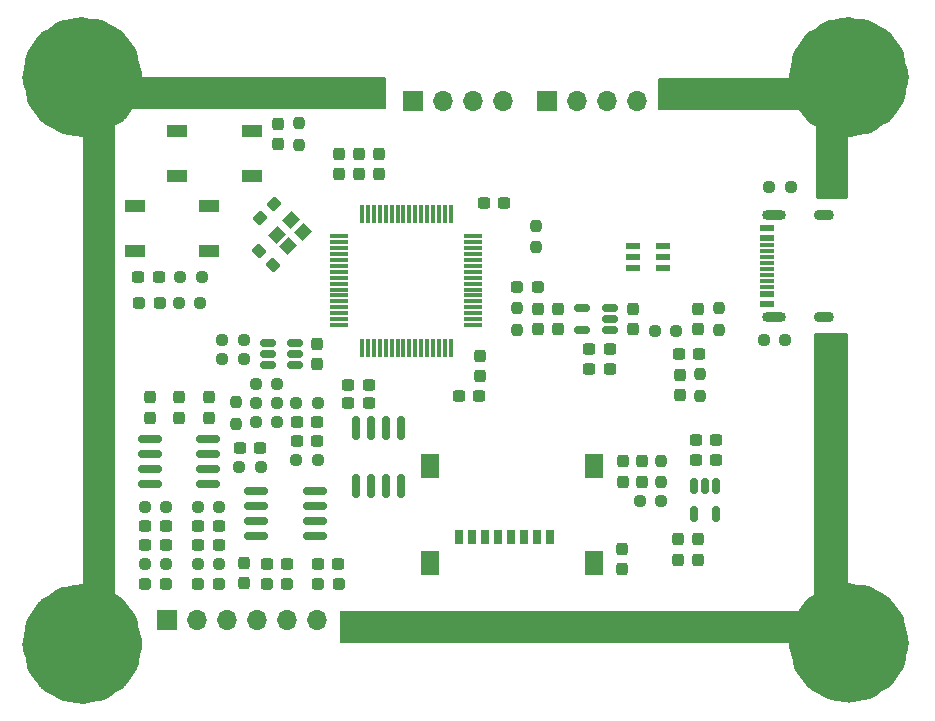
<source format=gbr>
%TF.GenerationSoftware,KiCad,Pcbnew,(7.0.0)*%
%TF.CreationDate,2023-05-22T23:29:19+02:00*%
%TF.ProjectId,Apollo - DSP,41706f6c-6c6f-4202-9d20-4453502e6b69,rev?*%
%TF.SameCoordinates,Original*%
%TF.FileFunction,Soldermask,Top*%
%TF.FilePolarity,Negative*%
%FSLAX46Y46*%
G04 Gerber Fmt 4.6, Leading zero omitted, Abs format (unit mm)*
G04 Created by KiCad (PCBNEW (7.0.0)) date 2023-05-22 23:29:19*
%MOMM*%
%LPD*%
G01*
G04 APERTURE LIST*
G04 Aperture macros list*
%AMRoundRect*
0 Rectangle with rounded corners*
0 $1 Rounding radius*
0 $2 $3 $4 $5 $6 $7 $8 $9 X,Y pos of 4 corners*
0 Add a 4 corners polygon primitive as box body*
4,1,4,$2,$3,$4,$5,$6,$7,$8,$9,$2,$3,0*
0 Add four circle primitives for the rounded corners*
1,1,$1+$1,$2,$3*
1,1,$1+$1,$4,$5*
1,1,$1+$1,$6,$7*
1,1,$1+$1,$8,$9*
0 Add four rect primitives between the rounded corners*
20,1,$1+$1,$2,$3,$4,$5,0*
20,1,$1+$1,$4,$5,$6,$7,0*
20,1,$1+$1,$6,$7,$8,$9,0*
20,1,$1+$1,$8,$9,$2,$3,0*%
%AMRotRect*
0 Rectangle, with rotation*
0 The origin of the aperture is its center*
0 $1 length*
0 $2 width*
0 $3 Rotation angle, in degrees counterclockwise*
0 Add horizontal line*
21,1,$1,$2,0,0,$3*%
G04 Aperture macros list end*
%ADD10C,5.075000*%
%ADD11RoundRect,0.237500X0.250000X0.237500X-0.250000X0.237500X-0.250000X-0.237500X0.250000X-0.237500X0*%
%ADD12RoundRect,0.237500X-0.250000X-0.237500X0.250000X-0.237500X0.250000X0.237500X-0.250000X0.237500X0*%
%ADD13RoundRect,0.150000X0.150000X-0.825000X0.150000X0.825000X-0.150000X0.825000X-0.150000X-0.825000X0*%
%ADD14RoundRect,0.237500X0.237500X-0.300000X0.237500X0.300000X-0.237500X0.300000X-0.237500X-0.300000X0*%
%ADD15RoundRect,0.237500X-0.287500X-0.237500X0.287500X-0.237500X0.287500X0.237500X-0.287500X0.237500X0*%
%ADD16RoundRect,0.237500X0.300000X0.237500X-0.300000X0.237500X-0.300000X-0.237500X0.300000X-0.237500X0*%
%ADD17RoundRect,0.237500X0.380070X-0.044194X-0.044194X0.380070X-0.380070X0.044194X0.044194X-0.380070X0*%
%ADD18RoundRect,0.237500X-0.237500X0.250000X-0.237500X-0.250000X0.237500X-0.250000X0.237500X0.250000X0*%
%ADD19R,0.800000X1.200000*%
%ADD20R,1.500000X2.000000*%
%ADD21RoundRect,0.237500X0.237500X-0.250000X0.237500X0.250000X-0.237500X0.250000X-0.237500X-0.250000X0*%
%ADD22RoundRect,0.237500X-0.300000X-0.237500X0.300000X-0.237500X0.300000X0.237500X-0.300000X0.237500X0*%
%ADD23RoundRect,0.150000X0.512500X0.150000X-0.512500X0.150000X-0.512500X-0.150000X0.512500X-0.150000X0*%
%ADD24RoundRect,0.075000X-0.700000X-0.075000X0.700000X-0.075000X0.700000X0.075000X-0.700000X0.075000X0*%
%ADD25RoundRect,0.075000X-0.075000X-0.700000X0.075000X-0.700000X0.075000X0.700000X-0.075000X0.700000X0*%
%ADD26R,1.700000X1.000000*%
%ADD27RoundRect,0.237500X-0.237500X0.300000X-0.237500X-0.300000X0.237500X-0.300000X0.237500X0.300000X0*%
%ADD28RoundRect,0.237500X0.044194X0.380070X-0.380070X-0.044194X-0.044194X-0.380070X0.380070X0.044194X0*%
%ADD29R,1.160000X0.600000*%
%ADD30R,1.160000X0.300000*%
%ADD31O,2.000000X0.900000*%
%ADD32O,1.700000X0.900000*%
%ADD33RoundRect,0.237500X0.287500X0.237500X-0.287500X0.237500X-0.287500X-0.237500X0.287500X-0.237500X0*%
%ADD34R,1.700000X1.700000*%
%ADD35O,1.700000X1.700000*%
%ADD36RoundRect,0.150000X-0.150000X0.512500X-0.150000X-0.512500X0.150000X-0.512500X0.150000X0.512500X0*%
%ADD37RoundRect,0.150000X-0.825000X-0.150000X0.825000X-0.150000X0.825000X0.150000X-0.825000X0.150000X0*%
%ADD38RoundRect,0.041300X0.563700X0.253700X-0.563700X0.253700X-0.563700X-0.253700X0.563700X-0.253700X0*%
%ADD39RotRect,1.150000X1.000000X225.000000*%
%ADD40RoundRect,0.150000X0.825000X0.150000X-0.825000X0.150000X-0.825000X-0.150000X0.825000X-0.150000X0*%
G04 APERTURE END LIST*
D10*
X102337500Y-109700000D02*
G75*
G03*
X102337500Y-109700000I-2537500J0D01*
G01*
X167237500Y-109600000D02*
G75*
G03*
X167237500Y-109600000I-2537500J0D01*
G01*
X167237500Y-61700000D02*
G75*
G03*
X167237500Y-61700000I-2537500J0D01*
G01*
X102337500Y-61700000D02*
G75*
G03*
X102337500Y-61700000I-2537500J0D01*
G01*
D11*
%TO.C,R11*%
X106912500Y-98100000D03*
X105087500Y-98100000D03*
%TD*%
D12*
%TO.C,R21*%
X114487500Y-87725000D03*
X116312500Y-87725000D03*
%TD*%
D13*
%TO.C,U5*%
X122995000Y-96375000D03*
X124265000Y-96375000D03*
X125535000Y-96375000D03*
X126805000Y-96375000D03*
X126805000Y-91425000D03*
X125535000Y-91425000D03*
X124265000Y-91425000D03*
X122995000Y-91425000D03*
%TD*%
D14*
%TO.C,C2*%
X146450000Y-83050000D03*
X146450000Y-81325000D03*
%TD*%
D12*
%TO.C,R15*%
X109587500Y-98100000D03*
X111412500Y-98100000D03*
%TD*%
D15*
%TO.C,D5*%
X109625000Y-104600000D03*
X111375000Y-104600000D03*
%TD*%
D14*
%TO.C,C8*%
X150381250Y-88662500D03*
X150381250Y-86937500D03*
%TD*%
%TO.C,C1*%
X151950000Y-83062500D03*
X151950000Y-81337500D03*
%TD*%
D16*
%TO.C,C34*%
X121462500Y-102900000D03*
X119737500Y-102900000D03*
%TD*%
D17*
%TO.C,C25*%
X115972796Y-77636913D03*
X114753036Y-76417153D03*
%TD*%
D16*
%TO.C,C33*%
X106862500Y-101300000D03*
X105137500Y-101300000D03*
%TD*%
D18*
%TO.C,F1*%
X153700000Y-81287500D03*
X153700000Y-83112500D03*
%TD*%
D12*
%TO.C,R16*%
X114487500Y-90900000D03*
X116312500Y-90900000D03*
%TD*%
D14*
%TO.C,C14*%
X145600000Y-95962500D03*
X145600000Y-94237500D03*
%TD*%
D19*
%TO.C,J4*%
X139374999Y-100624999D03*
X138274999Y-100624999D03*
X137174999Y-100624999D03*
X136074999Y-100624999D03*
X134974999Y-100624999D03*
X133874999Y-100624999D03*
X132774999Y-100624999D03*
X131674999Y-100624999D03*
D20*
X129204999Y-102824999D03*
X129204999Y-94624999D03*
X143094999Y-94624999D03*
X143094999Y-102824999D03*
%TD*%
D11*
%TO.C,FB1*%
X150112500Y-83200000D03*
X148287500Y-83200000D03*
%TD*%
D21*
%TO.C,R20*%
X112850000Y-91062500D03*
X112850000Y-89237500D03*
%TD*%
D18*
%TO.C,R1*%
X136650000Y-81287500D03*
X136650000Y-83112500D03*
%TD*%
D16*
%TO.C,C3*%
X144450000Y-84700000D03*
X142725000Y-84700000D03*
%TD*%
D22*
%TO.C,C38*%
X109637500Y-101300000D03*
X111362500Y-101300000D03*
%TD*%
D23*
%TO.C,U1*%
X144475000Y-83150000D03*
X144475000Y-82200000D03*
X144475000Y-81250000D03*
X142075000Y-81250000D03*
X142075000Y-83150000D03*
%TD*%
D12*
%TO.C,R12*%
X117925000Y-94112500D03*
X119750000Y-94112500D03*
%TD*%
D22*
%TO.C,C30*%
X105137500Y-99700000D03*
X106862500Y-99700000D03*
%TD*%
D11*
%TO.C,R17*%
X111400000Y-102900000D03*
X109575000Y-102900000D03*
%TD*%
D24*
%TO.C,U4*%
X121575000Y-75200000D03*
X121575000Y-75700000D03*
X121575000Y-76200000D03*
X121575000Y-76700000D03*
X121575000Y-77200000D03*
X121575000Y-77700000D03*
X121575000Y-78200000D03*
X121575000Y-78700000D03*
X121575000Y-79200000D03*
X121575000Y-79700000D03*
X121575000Y-80200000D03*
X121575000Y-80700000D03*
X121575000Y-81200000D03*
X121575000Y-81700000D03*
X121575000Y-82200000D03*
X121575000Y-82700000D03*
D25*
X123500000Y-84625000D03*
X124000000Y-84625000D03*
X124500000Y-84625000D03*
X125000000Y-84625000D03*
X125500000Y-84625000D03*
X126000000Y-84625000D03*
X126500000Y-84625000D03*
X127000000Y-84625000D03*
X127500000Y-84625000D03*
X128000000Y-84625000D03*
X128500000Y-84625000D03*
X129000000Y-84625000D03*
X129500000Y-84625000D03*
X130000000Y-84625000D03*
X130500000Y-84625000D03*
X131000000Y-84625000D03*
D24*
X132925000Y-82700000D03*
X132925000Y-82200000D03*
X132925000Y-81700000D03*
X132925000Y-81200000D03*
X132925000Y-80700000D03*
X132925000Y-80200000D03*
X132925000Y-79700000D03*
X132925000Y-79200000D03*
X132925000Y-78700000D03*
X132925000Y-78200000D03*
X132925000Y-77700000D03*
X132925000Y-77200000D03*
X132925000Y-76700000D03*
X132925000Y-76200000D03*
X132925000Y-75700000D03*
X132925000Y-75200000D03*
D25*
X131000000Y-73275000D03*
X130500000Y-73275000D03*
X130000000Y-73275000D03*
X129500000Y-73275000D03*
X129000000Y-73275000D03*
X128500000Y-73275000D03*
X128000000Y-73275000D03*
X127500000Y-73275000D03*
X127000000Y-73275000D03*
X126500000Y-73275000D03*
X126000000Y-73275000D03*
X125500000Y-73275000D03*
X125000000Y-73275000D03*
X124500000Y-73275000D03*
X124000000Y-73275000D03*
X123500000Y-73275000D03*
%TD*%
D11*
%TO.C,R6*%
X109925000Y-78600000D03*
X108100000Y-78600000D03*
%TD*%
D26*
%TO.C,BOOT1*%
X107849999Y-66299999D03*
X114149999Y-66299999D03*
X107849999Y-70099999D03*
X114149999Y-70099999D03*
%TD*%
D27*
%TO.C,C11*%
X150200000Y-100837500D03*
X150200000Y-102562500D03*
%TD*%
D22*
%TO.C,C40*%
X115437500Y-102900000D03*
X117162500Y-102900000D03*
%TD*%
D14*
%TO.C,C13*%
X147200000Y-95962500D03*
X147200000Y-94237500D03*
%TD*%
D28*
%TO.C,C24*%
X116072796Y-72417153D03*
X114853036Y-73636913D03*
%TD*%
D11*
%TO.C,R18*%
X116312500Y-89320000D03*
X114487500Y-89320000D03*
%TD*%
D27*
%TO.C,C15*%
X133450000Y-85287500D03*
X133450000Y-87012500D03*
%TD*%
D14*
%TO.C,C29*%
X119700000Y-86037500D03*
X119700000Y-84312500D03*
%TD*%
D29*
%TO.C,J1*%
X157814999Y-80899999D03*
X157814999Y-80099999D03*
D30*
X157814999Y-78949999D03*
X157814999Y-77949999D03*
X157814999Y-77449999D03*
X157814999Y-76449999D03*
D29*
X157814999Y-75299999D03*
X157814999Y-74499999D03*
X157814999Y-74499999D03*
X157814999Y-75299999D03*
D30*
X157814999Y-75949999D03*
X157814999Y-76949999D03*
X157814999Y-78449999D03*
X157814999Y-79449999D03*
D29*
X157814999Y-80099999D03*
X157814999Y-80899999D03*
D31*
X158394999Y-82019999D03*
D32*
X162564999Y-82019999D03*
D31*
X158394999Y-73379999D03*
D32*
X162564999Y-73379999D03*
%TD*%
D26*
%TO.C,RESET1*%
X104249999Y-72599999D03*
X110549999Y-72599999D03*
X104249999Y-76399999D03*
X110549999Y-76399999D03*
%TD*%
D14*
%TO.C,C18*%
X121500000Y-69950000D03*
X121500000Y-68225000D03*
%TD*%
%TO.C,C20*%
X123200000Y-69950000D03*
X123200000Y-68225000D03*
%TD*%
D33*
%TO.C,D3*%
X106875000Y-104600000D03*
X105125000Y-104600000D03*
%TD*%
D16*
%TO.C,C9*%
X153475000Y-94156250D03*
X151750000Y-94156250D03*
%TD*%
D34*
%TO.C,J3*%
X139119999Y-63699999D03*
D35*
X141659999Y-63699999D03*
X144199999Y-63699999D03*
X146739999Y-63699999D03*
%TD*%
D16*
%TO.C,C26*%
X124062500Y-89300000D03*
X122337500Y-89300000D03*
%TD*%
D11*
%TO.C,R10*%
X113462500Y-83975000D03*
X111637500Y-83975000D03*
%TD*%
D21*
%TO.C,R5*%
X148800000Y-96012500D03*
X148800000Y-94187500D03*
%TD*%
D11*
%TO.C,R8*%
X109812500Y-80800000D03*
X107987500Y-80800000D03*
%TD*%
D16*
%TO.C,C10*%
X153475000Y-92456250D03*
X151750000Y-92456250D03*
%TD*%
D14*
%TO.C,C28*%
X145525000Y-103362500D03*
X145525000Y-101637500D03*
%TD*%
D18*
%TO.C,R13*%
X138200000Y-74287500D03*
X138200000Y-76112500D03*
%TD*%
D27*
%TO.C,C12*%
X151900000Y-100837500D03*
X151900000Y-102562500D03*
%TD*%
D36*
%TO.C,U2*%
X153475000Y-96337500D03*
X152525000Y-96337500D03*
X151575000Y-96337500D03*
X151575000Y-98737500D03*
X153475000Y-98737500D03*
%TD*%
D27*
%TO.C,C22*%
X116400000Y-65687500D03*
X116400000Y-67412500D03*
%TD*%
D16*
%TO.C,C4*%
X144450000Y-86400000D03*
X142725000Y-86400000D03*
%TD*%
D37*
%TO.C,U7*%
X105525000Y-92395000D03*
X105525000Y-93665000D03*
X105525000Y-94935000D03*
X105525000Y-96205000D03*
X110475000Y-96205000D03*
X110475000Y-94935000D03*
X110475000Y-93665000D03*
X110475000Y-92395000D03*
%TD*%
D22*
%TO.C,C35*%
X117975000Y-90912500D03*
X119700000Y-90912500D03*
%TD*%
D38*
%TO.C,U3*%
X148955000Y-77900000D03*
X148955000Y-76950000D03*
X148955000Y-76000000D03*
X146445000Y-76000000D03*
X146445000Y-76950000D03*
X146445000Y-77900000D03*
%TD*%
D16*
%TO.C,C41*%
X114862500Y-93140000D03*
X113137500Y-93140000D03*
%TD*%
D34*
%TO.C,J5*%
X106939999Y-107699999D03*
D35*
X109479999Y-107699999D03*
X112019999Y-107699999D03*
X114559999Y-107699999D03*
X117099999Y-107699999D03*
X119639999Y-107699999D03*
%TD*%
D39*
%TO.C,Y1*%
X117486659Y-73813339D03*
X116249222Y-75050776D03*
X117239171Y-76040725D03*
X118476608Y-74803288D03*
%TD*%
D16*
%TO.C,C16*%
X124050000Y-87750000D03*
X122325000Y-87750000D03*
%TD*%
D11*
%TO.C,R14*%
X119750000Y-89312500D03*
X117925000Y-89312500D03*
%TD*%
D16*
%TO.C,C36*%
X111362500Y-99700000D03*
X109637500Y-99700000D03*
%TD*%
D11*
%TO.C,R3*%
X159812500Y-71000000D03*
X157987500Y-71000000D03*
%TD*%
%TO.C,R2*%
X159337500Y-84000000D03*
X157512500Y-84000000D03*
%TD*%
D18*
%TO.C,FB2*%
X152081250Y-86875000D03*
X152081250Y-88700000D03*
%TD*%
D14*
%TO.C,C37*%
X110500000Y-90562500D03*
X110500000Y-88837500D03*
%TD*%
D12*
%TO.C,R4*%
X146987500Y-97600000D03*
X148812500Y-97600000D03*
%TD*%
D22*
%TO.C,C23*%
X131687500Y-88750000D03*
X133412500Y-88750000D03*
%TD*%
D15*
%TO.C,D4*%
X119750000Y-104600000D03*
X121500000Y-104600000D03*
%TD*%
D11*
%TO.C,R9*%
X113475000Y-85575000D03*
X111650000Y-85575000D03*
%TD*%
D14*
%TO.C,C5*%
X140050000Y-83062500D03*
X140050000Y-81337500D03*
%TD*%
%TO.C,C32*%
X105500000Y-90562500D03*
X105500000Y-88837500D03*
%TD*%
D23*
%TO.C,U6*%
X117837500Y-86125000D03*
X117837500Y-85175000D03*
X117837500Y-84225000D03*
X115562500Y-84225000D03*
X115562500Y-85175000D03*
X115562500Y-86125000D03*
%TD*%
D40*
%TO.C,U8*%
X119475000Y-100605000D03*
X119475000Y-99335000D03*
X119475000Y-98065000D03*
X119475000Y-96795000D03*
X114525000Y-96795000D03*
X114525000Y-98065000D03*
X114525000Y-99335000D03*
X114525000Y-100605000D03*
%TD*%
D11*
%TO.C,R19*%
X114912500Y-94740000D03*
X113087500Y-94740000D03*
%TD*%
D14*
%TO.C,C19*%
X124900000Y-69950000D03*
X124900000Y-68225000D03*
%TD*%
%TO.C,C39*%
X113500000Y-104562500D03*
X113500000Y-102837500D03*
%TD*%
D33*
%TO.C,D1*%
X138400000Y-79487500D03*
X136650000Y-79487500D03*
%TD*%
D12*
%TO.C,R13*%
X105087500Y-102900000D03*
X106912500Y-102900000D03*
%TD*%
D16*
%TO.C,C7*%
X152056250Y-85187500D03*
X150331250Y-85187500D03*
%TD*%
D18*
%TO.C,R7*%
X118150000Y-65637500D03*
X118150000Y-67462500D03*
%TD*%
D15*
%TO.C,D2*%
X104625000Y-80800000D03*
X106375000Y-80800000D03*
%TD*%
D34*
%TO.C,J2*%
X127799999Y-63699999D03*
D35*
X130339999Y-63699999D03*
X132879999Y-63699999D03*
X135419999Y-63699999D03*
%TD*%
D16*
%TO.C,C21*%
X106262500Y-78600000D03*
X104537500Y-78600000D03*
%TD*%
D22*
%TO.C,C17*%
X133787500Y-72350000D03*
X135512500Y-72350000D03*
%TD*%
D16*
%TO.C,C31*%
X119676577Y-92512500D03*
X117951577Y-92512500D03*
%TD*%
D14*
%TO.C,C6*%
X138350000Y-83062500D03*
X138350000Y-81337500D03*
%TD*%
D33*
%TO.C,D6*%
X117175000Y-104600000D03*
X115425000Y-104600000D03*
%TD*%
D27*
%TO.C,C42*%
X108000000Y-88837500D03*
X108000000Y-90562500D03*
%TD*%
G36*
X102537000Y-65616881D02*
G01*
X102583119Y-65663000D01*
X102600000Y-65726000D01*
X102600000Y-105674000D01*
X102583119Y-105737000D01*
X102537000Y-105783119D01*
X102474000Y-105800000D01*
X100026000Y-105800000D01*
X99963000Y-105783119D01*
X99916881Y-105737000D01*
X99900000Y-105674000D01*
X99900000Y-65726000D01*
X99916881Y-65663000D01*
X99963000Y-65616881D01*
X100026000Y-65600000D01*
X102474000Y-65600000D01*
X102537000Y-65616881D01*
G37*
G36*
X164587000Y-83416881D02*
G01*
X164633119Y-83463000D01*
X164650000Y-83526000D01*
X164650000Y-106883410D01*
X164653506Y-106896493D01*
X164666590Y-106900000D01*
X164778000Y-106900000D01*
X164841000Y-106916881D01*
X164887119Y-106963000D01*
X164904000Y-107026000D01*
X164904000Y-107529257D01*
X164885589Y-107594836D01*
X164835736Y-107641250D01*
X164769011Y-107654936D01*
X164704488Y-107650321D01*
X164695512Y-107650321D01*
X164419861Y-107670035D01*
X164410965Y-107671315D01*
X164140941Y-107730055D01*
X164132314Y-107732588D01*
X163873381Y-107829165D01*
X163865225Y-107832889D01*
X163671654Y-107938588D01*
X163611269Y-107954000D01*
X161752903Y-107954000D01*
X161747079Y-107953865D01*
X161732383Y-107953185D01*
X161720794Y-107952111D01*
X161709091Y-107950478D01*
X161697665Y-107948342D01*
X161686169Y-107945639D01*
X161674962Y-107942451D01*
X161663766Y-107938698D01*
X161652918Y-107934495D01*
X161642106Y-107929721D01*
X161631683Y-107924531D01*
X161621368Y-107918785D01*
X161611481Y-107912663D01*
X161601739Y-107905990D01*
X161592451Y-107898976D01*
X161583362Y-107891429D01*
X161574759Y-107883586D01*
X161566413Y-107875240D01*
X161558570Y-107866637D01*
X161551023Y-107857548D01*
X161544009Y-107848260D01*
X161537336Y-107838518D01*
X161531214Y-107828631D01*
X161525468Y-107818316D01*
X161520278Y-107807893D01*
X161515504Y-107797081D01*
X161511301Y-107786233D01*
X161507548Y-107775037D01*
X161504360Y-107763830D01*
X161501657Y-107752334D01*
X161499521Y-107740908D01*
X161497888Y-107729205D01*
X161496813Y-107717608D01*
X161496134Y-107702913D01*
X161496000Y-107697097D01*
X161496000Y-107026000D01*
X161512881Y-106963000D01*
X161559000Y-106916881D01*
X161622000Y-106900000D01*
X161733410Y-106900000D01*
X161746493Y-106896493D01*
X161750000Y-106883410D01*
X161750000Y-83526000D01*
X161766881Y-83463000D01*
X161813000Y-83416881D01*
X161876000Y-83400000D01*
X164524000Y-83400000D01*
X164587000Y-83416881D01*
G37*
G36*
X125437000Y-61716881D02*
G01*
X125483119Y-61763000D01*
X125500000Y-61826000D01*
X125500000Y-64274000D01*
X125483119Y-64337000D01*
X125437000Y-64383119D01*
X125374000Y-64400000D01*
X103926000Y-64400000D01*
X103863000Y-64383119D01*
X103816881Y-64337000D01*
X103800000Y-64274000D01*
X103800000Y-61826000D01*
X103816881Y-61763000D01*
X103863000Y-61716881D01*
X103926000Y-61700000D01*
X125374000Y-61700000D01*
X125437000Y-61716881D01*
G37*
G36*
X162650227Y-61815413D02*
G01*
X162695840Y-61857879D01*
X162715521Y-61917012D01*
X162720035Y-61980137D01*
X162721315Y-61989034D01*
X162780055Y-62259058D01*
X162782588Y-62267685D01*
X162879165Y-62526618D01*
X162882889Y-62534774D01*
X163015334Y-62777328D01*
X163020193Y-62784890D01*
X163185803Y-63006117D01*
X163191686Y-63012906D01*
X163387093Y-63208313D01*
X163393882Y-63214196D01*
X163615109Y-63379806D01*
X163622671Y-63384665D01*
X163865225Y-63517110D01*
X163873381Y-63520834D01*
X164132314Y-63617411D01*
X164140941Y-63619944D01*
X164410965Y-63678684D01*
X164419861Y-63679964D01*
X164695512Y-63699679D01*
X164704488Y-63699679D01*
X164980138Y-63679964D01*
X164989034Y-63678684D01*
X165259058Y-63619944D01*
X165267685Y-63617411D01*
X165526618Y-63520834D01*
X165534774Y-63517110D01*
X165777328Y-63384665D01*
X165784890Y-63379806D01*
X166006117Y-63214196D01*
X166012906Y-63208313D01*
X166208313Y-63012906D01*
X166214196Y-63006117D01*
X166379806Y-62784890D01*
X166384665Y-62777328D01*
X166517110Y-62534774D01*
X166520834Y-62526618D01*
X166617411Y-62267685D01*
X166619944Y-62259058D01*
X166678684Y-61989034D01*
X166679964Y-61980137D01*
X166684479Y-61917012D01*
X166704160Y-61857879D01*
X166749773Y-61815413D01*
X166810158Y-61800000D01*
X169566245Y-61800000D01*
X169629783Y-61817193D01*
X169675981Y-61864080D01*
X169692231Y-61927866D01*
X169691302Y-61990592D01*
X169690639Y-62001773D01*
X169645780Y-62432664D01*
X169644126Y-62443740D01*
X169561189Y-62868922D01*
X169558559Y-62879808D01*
X169438189Y-63295964D01*
X169434602Y-63306574D01*
X169277756Y-63710394D01*
X169273241Y-63720643D01*
X169081161Y-64108935D01*
X169075754Y-64118743D01*
X168879739Y-64439676D01*
X168833857Y-64483889D01*
X168772209Y-64500000D01*
X164666590Y-64500000D01*
X164653506Y-64503506D01*
X164650000Y-64516590D01*
X164650000Y-64628000D01*
X164633119Y-64691000D01*
X164587000Y-64737119D01*
X164524000Y-64754000D01*
X162076000Y-64754000D01*
X162013000Y-64737119D01*
X161966881Y-64691000D01*
X161950000Y-64628000D01*
X161950000Y-64516590D01*
X161946493Y-64503506D01*
X161933410Y-64500000D01*
X148676000Y-64500000D01*
X148613000Y-64483119D01*
X148566881Y-64437000D01*
X148550000Y-64374000D01*
X148550000Y-61926000D01*
X148566881Y-61863000D01*
X148613000Y-61816881D01*
X148676000Y-61800000D01*
X162589842Y-61800000D01*
X162650227Y-61815413D01*
G37*
G36*
X163434221Y-63252448D02*
G01*
X163469939Y-63271132D01*
X163615109Y-63379806D01*
X163622671Y-63384665D01*
X163865225Y-63517110D01*
X163873381Y-63520834D01*
X164132314Y-63617411D01*
X164140941Y-63619944D01*
X164410965Y-63678684D01*
X164419861Y-63679964D01*
X164695512Y-63699679D01*
X164704488Y-63699679D01*
X164769011Y-63695064D01*
X164835736Y-63708750D01*
X164885589Y-63755164D01*
X164904000Y-63820743D01*
X164904000Y-64374000D01*
X164887119Y-64437000D01*
X164841000Y-64483119D01*
X164778000Y-64500000D01*
X164666590Y-64500000D01*
X164653506Y-64503506D01*
X164650000Y-64516590D01*
X164650000Y-71874000D01*
X164633119Y-71937000D01*
X164587000Y-71983119D01*
X164524000Y-72000000D01*
X162076000Y-72000000D01*
X162013000Y-71983119D01*
X161966881Y-71937000D01*
X161950000Y-71874000D01*
X161950000Y-64516590D01*
X161946493Y-64503506D01*
X161933410Y-64500000D01*
X161822000Y-64500000D01*
X161759000Y-64483119D01*
X161712881Y-64437000D01*
X161696000Y-64374000D01*
X161696000Y-63502903D01*
X161696134Y-63497088D01*
X161696813Y-63482392D01*
X161697888Y-63470794D01*
X161699521Y-63459091D01*
X161701657Y-63447665D01*
X161704360Y-63436169D01*
X161707548Y-63424962D01*
X161711301Y-63413766D01*
X161715504Y-63402918D01*
X161720278Y-63392106D01*
X161725468Y-63381683D01*
X161731214Y-63371368D01*
X161737336Y-63361481D01*
X161744009Y-63351739D01*
X161751023Y-63342451D01*
X161758570Y-63333362D01*
X161766413Y-63324759D01*
X161774759Y-63316413D01*
X161783362Y-63308570D01*
X161792451Y-63301023D01*
X161801739Y-63294009D01*
X161811481Y-63287336D01*
X161821368Y-63281214D01*
X161831683Y-63275468D01*
X161842106Y-63270278D01*
X161852918Y-63265504D01*
X161863766Y-63261301D01*
X161874962Y-63257548D01*
X161886169Y-63254360D01*
X161897665Y-63251657D01*
X161909091Y-63249521D01*
X161920794Y-63247888D01*
X161932392Y-63246813D01*
X161947088Y-63246134D01*
X161952903Y-63246000D01*
X163394430Y-63246000D01*
X163434221Y-63252448D01*
G37*
G36*
X164587000Y-106662881D02*
G01*
X164633119Y-106709000D01*
X164650000Y-106772000D01*
X164650000Y-106883410D01*
X164653506Y-106896493D01*
X164666590Y-106900000D01*
X168802748Y-106900000D01*
X168864396Y-106916111D01*
X168910278Y-106960324D01*
X169075754Y-107231256D01*
X169081161Y-107241064D01*
X169273241Y-107629356D01*
X169277756Y-107639605D01*
X169434602Y-108043425D01*
X169438189Y-108054035D01*
X169558559Y-108470191D01*
X169561189Y-108481077D01*
X169644126Y-108906259D01*
X169645780Y-108917335D01*
X169690639Y-109348226D01*
X169691302Y-109359407D01*
X169692972Y-109472134D01*
X169676722Y-109535919D01*
X169630524Y-109582807D01*
X169566986Y-109600000D01*
X166813734Y-109600000D01*
X166753349Y-109584588D01*
X166707736Y-109542121D01*
X166688055Y-109482988D01*
X166679964Y-109369862D01*
X166678684Y-109360965D01*
X166619944Y-109090941D01*
X166617411Y-109082314D01*
X166520834Y-108823381D01*
X166517110Y-108815225D01*
X166384665Y-108572671D01*
X166379806Y-108565109D01*
X166214196Y-108343882D01*
X166208313Y-108337093D01*
X166012906Y-108141686D01*
X166006117Y-108135803D01*
X165784890Y-107970193D01*
X165777328Y-107965334D01*
X165534774Y-107832889D01*
X165526618Y-107829165D01*
X165267685Y-107732588D01*
X165259058Y-107730055D01*
X164989034Y-107671315D01*
X164980138Y-107670035D01*
X164704488Y-107650321D01*
X164695512Y-107650321D01*
X164419861Y-107670035D01*
X164410965Y-107671315D01*
X164140941Y-107730055D01*
X164132314Y-107732588D01*
X163873381Y-107829165D01*
X163865225Y-107832889D01*
X163622671Y-107965334D01*
X163615109Y-107970193D01*
X163393882Y-108135803D01*
X163387093Y-108141686D01*
X163191686Y-108337093D01*
X163185803Y-108343882D01*
X163020193Y-108565109D01*
X163015334Y-108572671D01*
X162882889Y-108815225D01*
X162879165Y-108823381D01*
X162782588Y-109082314D01*
X162780055Y-109090941D01*
X162721315Y-109360965D01*
X162720035Y-109369862D01*
X162711945Y-109482988D01*
X162692264Y-109542121D01*
X162646651Y-109584588D01*
X162586266Y-109600000D01*
X121726000Y-109600000D01*
X121663000Y-109583119D01*
X121616881Y-109537000D01*
X121600000Y-109474000D01*
X121600000Y-107026000D01*
X121616881Y-106963000D01*
X121663000Y-106916881D01*
X121726000Y-106900000D01*
X161733410Y-106900000D01*
X161746493Y-106896493D01*
X161750000Y-106883410D01*
X161750000Y-106772000D01*
X161766881Y-106709000D01*
X161813000Y-106662881D01*
X161876000Y-106646000D01*
X164524000Y-106646000D01*
X164587000Y-106662881D01*
G37*
M02*

</source>
